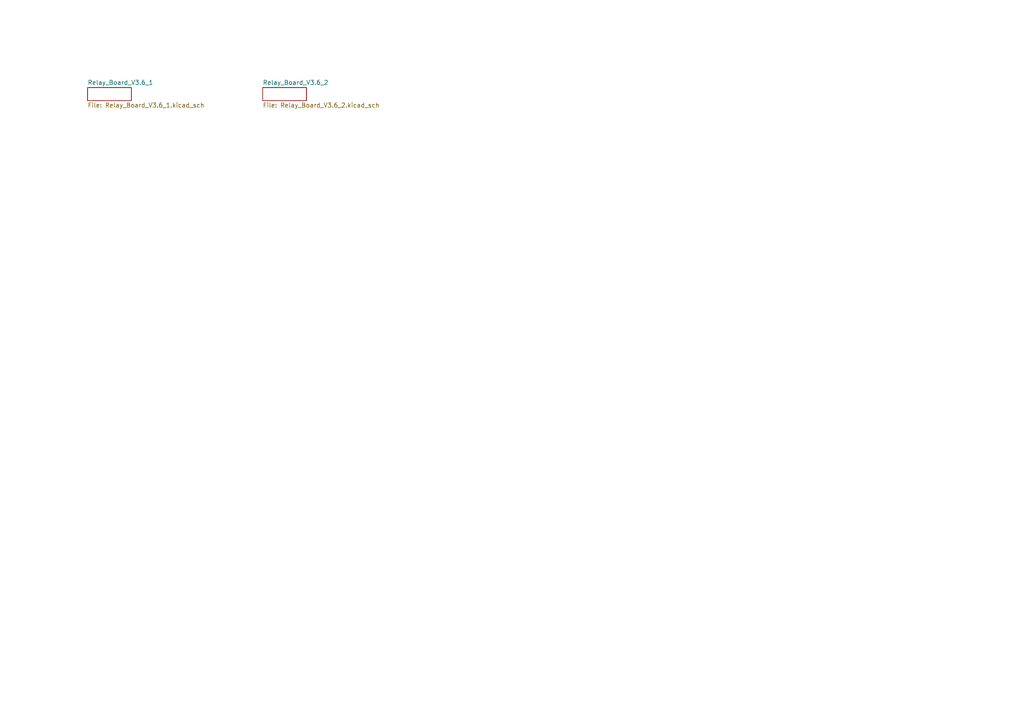
<source format=kicad_sch>
(kicad_sch (version 20230121) (generator eeschema)
  (paper "A4")
  (lib_symbols)
  (sheet (at 25.4 25.4) (size 12.7 3.81)
    (property "Sheetname" "Relay_Board_V3.6_1" (at 25.4 24.6884 0) (effects (justify left bottom)))
    (property "Sheetfile" "Relay_Board_V3.6_1.kicad_sch" (at 25.4 29.7946 0) (effects (justify left top)))
  )
  (sheet (at 76.2 25.4) (size 12.7 3.81)
    (property "Sheetname" "Relay_Board_V3.6_2" (at 76.2 24.6884 0) (effects (justify left bottom)))
    (property "Sheetfile" "Relay_Board_V3.6_2.kicad_sch" (at 76.2 29.7946 0) (effects (justify left top)))
  )
)
</source>
